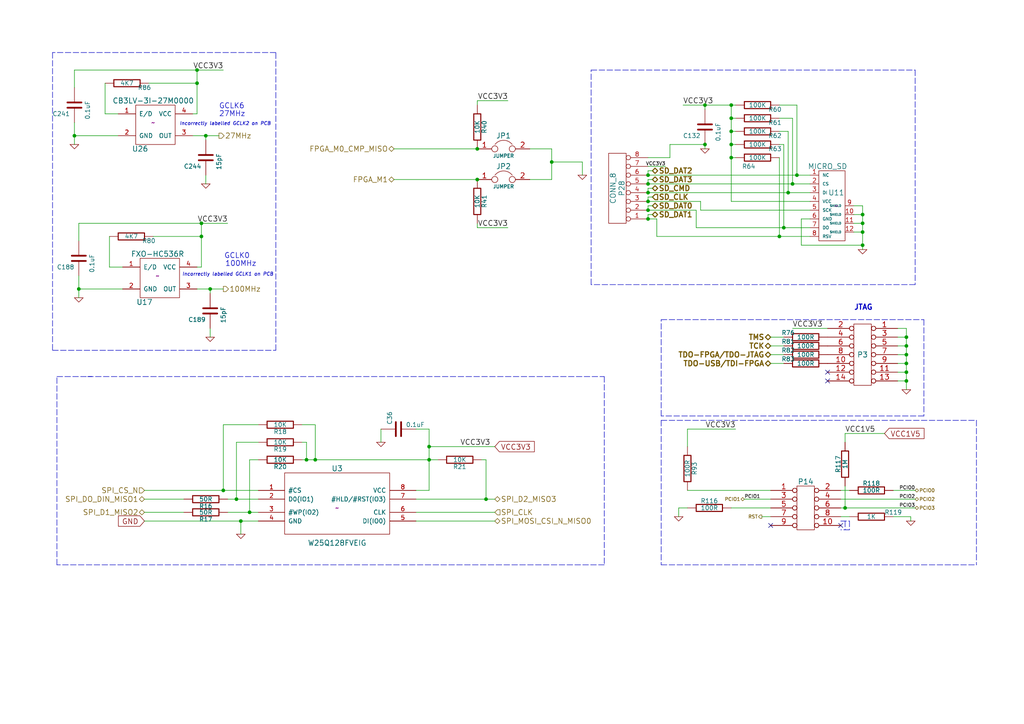
<source format=kicad_sch>
(kicad_sch (version 20250114) (generator "eeschema") (generator_version "9.0")
  (paper "A4")
  (title_block (title "Numato Opsis - FPGA Support (SPI Flash, Clocks, etc)") (date "11 jan 2016") (rev "Rev2") (company "Numato Lab") (comment 1 "http://opsis.hdmi2usb.tv/") (comment 2 "Designed in collaboration between Numato Lab and TimVideos.us") (comment 3 "License: CC-BY-SA 4.0 International") (comment 4 "$Id: 05d41161907d51f42c0306c35480fec775611f69 $"))
  (text "27MHz" (at 63.5 34.036 0) (effects (font (size 1.524 1.524)) (justify left bottom)))
  (text "100MHz" (at 65.278 77.47 0) (effects (font (size 1.524 1.524)) (justify left bottom)))
  (text "JTAG\n" (at 247.65 90.17 0) (effects (font (size 1.524 1.524) (thickness 0.3048) (bold yes)) (justify left bottom)))
  (text "Incorrectly labelled GCLK2 on PCB" (at 52.07 36.576 0) (effects (font (size 0.9906 0.9906) (italic yes)) (justify left bottom)))
  (text "Incorrectly labelled GCLK1 on PCB" (at 52.832 80.264 0) (effects (font (size 0.9906 0.9906) (italic yes)) (justify left bottom)))
  (text "GCLK6" (at 63.5 31.75 0) (effects (font (size 1.524 1.524)) (justify left bottom)))
  (text "GCLK0" (at 65.024 75.184 0) (effects (font (size 1.524 1.524)) (justify left bottom)))
  (junction (at 212.09 45.72))
  (junction (at 212.09 30.48))
  (junction (at 204.47 30.48))
  (junction (at 250.19 71.12))
  (junction (at 187.96 58.42))
  (junction (at 262.89 97.79))
  (junction (at 140.97 144.78))
  (junction (at 227.33 66.04))
  (junction (at 57.15 20.32))
  (junction (at 138.43 52.07))
  (junction (at 91.44 133.35))
  (junction (at 187.96 53.34))
  (junction (at 262.89 110.49))
  (junction (at 212.09 38.1))
  (junction (at 69.85 151.13))
  (junction (at 187.96 60.96))
  (junction (at 138.43 43.18))
  (junction (at 250.19 64.77))
  (junction (at 124.46 129.54))
  (junction (at 58.42 64.77))
  (junction (at 231.14 50.8))
  (junction (at 60.96 83.82))
  (junction (at 228.6 55.88))
  (junction (at 22.86 83.82))
  (junction (at 212.09 41.91))
  (junction (at 187.96 63.5))
  (junction (at 262.89 100.33))
  (junction (at 187.96 50.8))
  (junction (at 68.58 144.78))
  (junction (at 124.46 133.35))
  (junction (at 88.9 133.35))
  (junction (at 226.06 68.58))
  (junction (at 262.89 107.95))
  (junction (at 212.09 34.29))
  (junction (at 204.47 41.91))
  (junction (at 262.89 105.41))
  (junction (at 250.19 62.23))
  (junction (at 58.42 68.58))
  (junction (at 262.89 102.87))
  (junction (at 21.59 39.37))
  (junction (at 160.02 46.99))
  (junction (at 187.96 55.88))
  (junction (at 229.87 53.34))
  (junction (at 72.39 148.59))
  (junction (at 57.15 24.13))
  (junction (at 250.19 67.31))
  (junction (at 64.77 142.24))
  (junction (at 245.11 147.32))
  (junction (at 59.69 39.37))
  (no_connect (at 223.52 152.4))
  (no_connect (at 240.03 107.95))
  (no_connect (at 243.84 152.4))
  (no_connect (at 240.03 110.49))
  (wire (pts (xy 110.49 128.27) (xy 110.49 124.46)))
  (polyline (pts (xy 191.77 121.92) (xy 191.77 163.83)) (stroke (width 0) (type dash)))
  (wire (pts (xy 245.11 125.73) (xy 256.54 125.73)))
  (wire (pts (xy 243.84 147.32) (xy 245.11 147.32)))
  (wire (pts (xy 187.96 55.88) (xy 187.96 54.61)))
  (wire (pts (xy 187.96 53.34) (xy 187.96 52.07)))
  (wire (pts (xy 66.04 144.78) (xy 68.58 144.78)))
  (polyline (pts (xy 15.24 101.6) (xy 80.01 101.6)) (stroke (width 0) (type dash)))
  (wire (pts (xy 53.34 144.78) (xy 41.91 144.78)))
  (wire (pts (xy 262.89 97.79) (xy 262.89 100.33)))
  (wire (pts (xy 124.46 129.54) (xy 124.46 133.35)))
  (wire (pts (xy 213.36 45.72) (xy 212.09 45.72)))
  (wire (pts (xy 60.96 85.09) (xy 60.96 83.82)))
  (polyline (pts (xy 246.38 153.67) (xy 243.84 153.67)) (stroke (width 0) (type dash)))
  (wire (pts (xy 64.77 142.24) (xy 64.77 123.19)))
  (wire (pts (xy 153.67 43.18) (xy 160.02 43.18)))
  (wire (pts (xy 212.09 45.72) (xy 212.09 41.91)))
  (wire (pts (xy 226.06 68.58) (xy 234.95 68.58)))
  (wire (pts (xy 34.29 39.37) (xy 21.59 39.37)))
  (wire (pts (xy 120.65 144.78) (xy 140.97 144.78)))
  (wire (pts (xy 194.31 45.72) (xy 194.31 41.91)))
  (wire (pts (xy 187.96 48.26) (xy 193.04 48.26)))
  (polyline (pts (xy 243.84 151.13) (xy 246.38 151.13)) (stroke (width 0) (type dash)))
  (wire (pts (xy 228.6 38.1) (xy 226.06 38.1)))
  (wire (pts (xy 187.96 55.88) (xy 228.6 55.88)))
  (wire (pts (xy 138.43 29.21) (xy 138.43 30.48)))
  (wire (pts (xy 187.96 63.5) (xy 187.96 62.23)))
  (polyline (pts (xy 191.77 120.65) (xy 191.77 92.71)) (stroke (width 0) (type dash)))
  (wire (pts (xy 232.41 63.5) (xy 232.41 71.12)))
  (wire (pts (xy 120.65 148.59) (xy 143.51 148.59)))
  (wire (pts (xy 160.02 43.18) (xy 160.02 46.99)))
  (wire (pts (xy 22.86 64.77) (xy 58.42 64.77)))
  (wire (pts (xy 88.9 133.35) (xy 91.44 133.35)))
  (wire (pts (xy 57.15 20.32) (xy 57.15 24.13)))
  (wire (pts (xy 57.15 83.82) (xy 60.96 83.82)))
  (wire (pts (xy 247.65 64.77) (xy 250.19 64.77)))
  (wire (pts (xy 72.39 133.35) (xy 74.93 133.35)))
  (wire (pts (xy 226.06 41.91) (xy 227.33 41.91)))
  (wire (pts (xy 260.35 105.41) (xy 262.89 105.41)))
  (wire (pts (xy 226.06 30.48) (xy 231.14 30.48)))
  (wire (pts (xy 35.56 77.47) (xy 31.75 77.47)))
  (wire (pts (xy 34.29 33.02) (xy 30.48 33.02)))
  (wire (pts (xy 64.77 142.24) (xy 41.91 142.24)))
  (wire (pts (xy 58.42 77.47) (xy 57.15 77.47)))
  (wire (pts (xy 140.97 133.35) (xy 140.97 144.78)))
  (wire (pts (xy 139.7 133.35) (xy 140.97 133.35)))
  (wire (pts (xy 21.59 20.32) (xy 57.15 20.32)))
  (wire (pts (xy 187.96 58.42) (xy 187.96 57.15)))
  (wire (pts (xy 220.98 149.86) (xy 223.52 149.86)))
  (wire (pts (xy 41.91 151.13) (xy 69.85 151.13)))
  (wire (pts (xy 199.39 124.46) (xy 213.36 124.46)))
  (wire (pts (xy 187.96 57.15) (xy 189.23 57.15)))
  (wire (pts (xy 138.43 66.04) (xy 147.32 66.04)))
  (wire (pts (xy 250.19 62.23) (xy 250.19 64.77)))
  (wire (pts (xy 160.02 46.99) (xy 168.91 46.99)))
  (wire (pts (xy 87.63 123.19) (xy 91.44 123.19)))
  (wire (pts (xy 229.87 95.25) (xy 240.03 95.25)))
  (wire (pts (xy 199.39 142.24) (xy 223.52 142.24)))
  (polyline (pts (xy 245.11 151.13) (xy 245.11 153.67)) (stroke (width 0) (type dash)))
  (polyline (pts (xy 175.26 163.83) (xy 16.51 163.83)) (stroke (width 0) (type dash)))
  (wire (pts (xy 91.44 133.35) (xy 124.46 133.35)))
  (wire (pts (xy 260.35 100.33) (xy 262.89 100.33)))
  (wire (pts (xy 138.43 64.77) (xy 138.43 66.04)))
  (polyline (pts (xy 16.51 163.83) (xy 16.51 109.22)) (stroke (width 0) (type dash)))
  (wire (pts (xy 196.85 147.32) (xy 196.85 149.86)))
  (wire (pts (xy 187.96 58.42) (xy 203.2 58.42)))
  (wire (pts (xy 228.6 55.88) (xy 234.95 55.88)))
  (wire (pts (xy 204.47 31.75) (xy 204.47 30.48)))
  (wire (pts (xy 187.96 53.34) (xy 229.87 53.34)))
  (polyline (pts (xy 175.26 109.22) (xy 175.26 163.83)) (stroke (width 0) (type dash)))
  (wire (pts (xy 213.36 41.91) (xy 212.09 41.91)))
  (wire (pts (xy 59.69 40.64) (xy 59.69 39.37)))
  (wire (pts (xy 250.19 64.77) (xy 250.19 67.31)))
  (wire (pts (xy 201.93 66.04) (xy 227.33 66.04)))
  (wire (pts (xy 22.86 83.82) (xy 22.86 86.36)))
  (wire (pts (xy 213.36 34.29) (xy 212.09 34.29)))
  (wire (pts (xy 227.33 97.79) (xy 223.52 97.79)))
  (wire (pts (xy 138.43 29.21) (xy 147.32 29.21)))
  (wire (pts (xy 55.88 39.37) (xy 59.69 39.37)))
  (polyline (pts (xy 16.51 109.22) (xy 26.67 109.22)) (stroke (width 0) (type dash)))
  (wire (pts (xy 262.89 95.25) (xy 262.89 97.79)))
  (wire (pts (xy 140.97 144.78) (xy 143.51 144.78)))
  (wire (pts (xy 199.39 129.54) (xy 199.39 124.46)))
  (wire (pts (xy 124.46 142.24) (xy 120.65 142.24)))
  (wire (pts (xy 247.65 59.69) (xy 250.19 59.69)))
  (wire (pts (xy 226.06 45.72) (xy 226.06 68.58)))
  (wire (pts (xy 262.89 110.49) (xy 262.89 113.03)))
  (polyline (pts (xy 267.97 92.71) (xy 267.97 120.65)) (stroke (width 0) (type dash)))
  (wire (pts (xy 212.09 38.1) (xy 212.09 34.29)))
  (wire (pts (xy 190.5 68.58) (xy 226.06 68.58)))
  (polyline (pts (xy 265.43 82.55) (xy 171.45 82.55)) (stroke (width 0) (type dash)))
  (wire (pts (xy 124.46 129.54) (xy 143.51 129.54)))
  (wire (pts (xy 69.85 151.13) (xy 74.93 151.13)))
  (wire (pts (xy 245.11 140.97) (xy 245.11 147.32)))
  (wire (pts (xy 250.19 71.12) (xy 250.19 72.39)))
  (wire (pts (xy 246.38 142.24) (xy 243.84 142.24)))
  (wire (pts (xy 60.96 83.82) (xy 64.77 83.82)))
  (wire (pts (xy 187.96 63.5) (xy 190.5 63.5)))
  (wire (pts (xy 215.9 144.78) (xy 223.52 144.78)))
  (wire (pts (xy 53.34 148.59) (xy 41.91 148.59)))
  (wire (pts (xy 194.31 41.91) (xy 204.47 41.91)))
  (wire (pts (xy 74.93 148.59) (xy 72.39 148.59)))
  (wire (pts (xy 199.39 147.32) (xy 196.85 147.32)))
  (wire (pts (xy 204.47 30.48) (xy 212.09 30.48)))
  (wire (pts (xy 124.46 124.46) (xy 124.46 129.54)))
  (polyline (pts (xy 267.97 120.65) (xy 191.77 120.65)) (stroke (width 0) (type dash)))
  (wire (pts (xy 87.63 128.27) (xy 88.9 128.27)))
  (wire (pts (xy 22.86 80.01) (xy 22.86 83.82)))
  (wire (pts (xy 91.44 123.19) (xy 91.44 133.35)))
  (wire (pts (xy 64.77 123.19) (xy 74.93 123.19)))
  (wire (pts (xy 227.33 100.33) (xy 223.52 100.33)))
  (wire (pts (xy 228.6 55.88) (xy 228.6 38.1)))
  (wire (pts (xy 31.75 77.47) (xy 31.75 68.58)))
  (wire (pts (xy 198.12 30.48) (xy 204.47 30.48)))
  (wire (pts (xy 201.93 60.96) (xy 201.93 66.04)))
  (wire (pts (xy 262.89 107.95) (xy 262.89 110.49)))
  (wire (pts (xy 227.33 105.41) (xy 223.52 105.41)))
  (wire (pts (xy 227.33 41.91) (xy 227.33 66.04)))
  (polyline (pts (xy 283.21 121.92) (xy 283.21 163.83)) (stroke (width 0) (type dash)))
  (polyline (pts (xy 15.24 15.24) (xy 15.24 101.6)) (stroke (width 0) (type dash)))
  (wire (pts (xy 57.15 20.32) (xy 64.77 20.32)))
  (wire (pts (xy 35.56 83.82) (xy 22.86 83.82)))
  (wire (pts (xy 138.43 43.18) (xy 114.3 43.18)))
  (wire (pts (xy 212.09 58.42) (xy 212.09 45.72)))
  (polyline (pts (xy 171.45 82.55) (xy 171.45 20.32)) (stroke (width 0) (type dash)))
  (wire (pts (xy 187.96 54.61) (xy 189.23 54.61)))
  (wire (pts (xy 212.09 41.91) (xy 212.09 38.1)))
  (polyline (pts (xy 246.38 151.13) (xy 246.38 153.67)) (stroke (width 0) (type dash)))
  (polyline (pts (xy 191.77 92.71) (xy 267.97 92.71)) (stroke (width 0) (type dash)))
  (wire (pts (xy 229.87 34.29) (xy 226.06 34.29)))
  (wire (pts (xy 187.96 50.8) (xy 231.14 50.8)))
  (wire (pts (xy 160.02 46.99) (xy 160.02 52.07)))
  (wire (pts (xy 250.19 67.31) (xy 250.19 71.12)))
  (wire (pts (xy 22.86 69.85) (xy 22.86 64.77)))
  (wire (pts (xy 204.47 43.18) (xy 204.47 41.91)))
  (wire (pts (xy 87.63 133.35) (xy 88.9 133.35)))
  (polyline (pts (xy 171.45 20.32) (xy 265.43 20.32)) (stroke (width 0) (type dash)))
  (wire (pts (xy 212.09 58.42) (xy 234.95 58.42)))
  (wire (pts (xy 160.02 52.07) (xy 153.67 52.07)))
  (wire (pts (xy 264.16 149.86) (xy 264.16 151.13)))
  (wire (pts (xy 74.93 142.24) (xy 64.77 142.24)))
  (wire (pts (xy 187.96 62.23) (xy 189.23 62.23)))
  (polyline (pts (xy 25.4 109.22) (xy 175.26 109.22)) (stroke (width 0) (type dash)))
  (wire (pts (xy 72.39 148.59) (xy 66.04 148.59)))
  (wire (pts (xy 138.43 52.07) (xy 114.3 52.07)))
  (wire (pts (xy 57.15 24.13) (xy 57.15 33.02)))
  (wire (pts (xy 250.19 59.69) (xy 250.19 62.23)))
  (wire (pts (xy 262.89 102.87) (xy 262.89 105.41)))
  (wire (pts (xy 245.11 147.32) (xy 265.43 147.32)))
  (wire (pts (xy 245.11 125.73) (xy 245.11 128.27)))
  (wire (pts (xy 187.96 59.69) (xy 189.23 59.69)))
  (wire (pts (xy 187.96 60.96) (xy 201.93 60.96)))
  (wire (pts (xy 260.35 102.87) (xy 262.89 102.87)))
  (wire (pts (xy 124.46 124.46) (xy 120.65 124.46)))
  (wire (pts (xy 187.96 45.72) (xy 194.31 45.72)))
  (wire (pts (xy 190.5 63.5) (xy 190.5 68.58)))
  (wire (pts (xy 69.85 151.13) (xy 69.85 154.94)))
  (wire (pts (xy 262.89 100.33) (xy 262.89 102.87)))
  (wire (pts (xy 203.2 58.42) (xy 203.2 60.96)))
  (wire (pts (xy 187.96 60.96) (xy 187.96 59.69)))
  (wire (pts (xy 57.15 33.02) (xy 55.88 33.02)))
  (wire (pts (xy 247.65 67.31) (xy 250.19 67.31)))
  (wire (pts (xy 59.69 39.37) (xy 63.5 39.37)))
  (wire (pts (xy 59.69 53.34) (xy 59.69 50.8)))
  (wire (pts (xy 60.96 97.79) (xy 60.96 95.25)))
  (wire (pts (xy 212.09 34.29) (xy 212.09 30.48)))
  (wire (pts (xy 30.48 33.02) (xy 30.48 24.13)))
  (wire (pts (xy 260.35 97.79) (xy 262.89 97.79)))
  (polyline (pts (xy 80.01 101.6) (xy 80.01 15.24)) (stroke (width 0) (type dash)))
  (wire (pts (xy 124.46 133.35) (xy 127 133.35)))
  (wire (pts (xy 21.59 35.56) (xy 21.59 39.37)))
  (wire (pts (xy 187.96 50.8) (xy 187.96 49.53)))
  (wire (pts (xy 246.38 149.86) (xy 243.84 149.86)))
  (wire (pts (xy 58.42 64.77) (xy 58.42 68.58)))
  (wire (pts (xy 227.33 102.87) (xy 223.52 102.87)))
  (wire (pts (xy 21.59 25.4) (xy 21.59 20.32)))
  (wire (pts (xy 187.96 49.53) (xy 189.23 49.53)))
  (wire (pts (xy 262.89 105.41) (xy 262.89 107.95)))
  (wire (pts (xy 120.65 151.13) (xy 143.51 151.13)))
  (wire (pts (xy 231.14 30.48) (xy 231.14 50.8)))
  (wire (pts (xy 58.42 68.58) (xy 58.42 77.47)))
  (wire (pts (xy 187.96 52.07) (xy 189.23 52.07)))
  (wire (pts (xy 203.2 60.96) (xy 234.95 60.96)))
  (wire (pts (xy 212.09 30.48) (xy 213.36 30.48)))
  (wire (pts (xy 232.41 63.5) (xy 234.95 63.5)))
  (wire (pts (xy 57.15 24.13) (xy 43.18 24.13)))
  (wire (pts (xy 265.43 144.78) (xy 243.84 144.78)))
  (wire (pts (xy 21.59 39.37) (xy 21.59 41.91)))
  (wire (pts (xy 68.58 128.27) (xy 74.93 128.27)))
  (wire (pts (xy 229.87 53.34) (xy 229.87 34.29)))
  (polyline (pts (xy 191.77 121.92) (xy 283.21 121.92)) (stroke (width 0) (type dash)))
  (wire (pts (xy 88.9 128.27) (xy 88.9 133.35)))
  (wire (pts (xy 259.08 149.86) (xy 264.16 149.86)))
  (wire (pts (xy 247.65 62.23) (xy 250.19 62.23)))
  (wire (pts (xy 260.35 107.95) (xy 262.89 107.95)))
  (wire (pts (xy 259.08 142.24) (xy 265.43 142.24)))
  (wire (pts (xy 68.58 144.78) (xy 74.93 144.78)))
  (wire (pts (xy 58.42 68.58) (xy 44.45 68.58)))
  (wire (pts (xy 260.35 95.25) (xy 262.89 95.25)))
  (wire (pts (xy 58.42 64.77) (xy 66.04 64.77)))
  (wire (pts (xy 231.14 50.8) (xy 234.95 50.8)))
  (polyline (pts (xy 191.77 163.83) (xy 283.21 163.83)) (stroke (width 0) (type dash)))
  (wire (pts (xy 68.58 144.78) (xy 68.58 128.27)))
  (wire (pts (xy 168.91 46.99) (xy 168.91 50.8)))
  (wire (pts (xy 227.33 66.04) (xy 234.95 66.04)))
  (wire (pts (xy 232.41 71.12) (xy 250.19 71.12)))
  (wire (pts (xy 72.39 148.59) (xy 72.39 133.35)))
  (wire (pts (xy 213.36 38.1) (xy 212.09 38.1)))
  (polyline (pts (xy 80.01 15.24) (xy 15.24 15.24)) (stroke (width 0) (type dash)))
  (wire (pts (xy 124.46 133.35) (xy 124.46 142.24)))
  (wire (pts (xy 262.89 110.49) (xy 260.35 110.49)))
  (wire (pts (xy 212.09 147.32) (xy 223.52 147.32)))
  (polyline (pts (xy 265.43 20.32) (xy 265.43 82.55)) (stroke (width 0) (type dash)))
  (wire (pts (xy 229.87 53.34) (xy 234.95 53.34)))
  (label "VCC3V3" (at 193.04 48.26 180) (effects (font (size 0.9906 0.9906))))
  (label "PCIO0" (at 265.43 142.24 180) (effects (font (size 0.9906 0.9906))))
  (label "VCC3V3" (at 147.32 66.04 180) (effects (font (size 1.524 1.524))))
  (label "VCC1V5" (at 245.11 125.73 0) (effects (font (size 1.524 1.524))))
  (label "VCC3V3" (at 213.36 124.46 180) (effects (font (size 1.524 1.524))))
  (label "VCC3V3" (at 66.04 64.77 180) (effects (font (size 1.524 1.524))))
  (label "VCC3V3" (at 147.32 29.21 180) (effects (font (size 1.524 1.524))))
  (label "PCIO3" (at 265.43 147.32 180) (effects (font (size 0.9906 0.9906))))
  (label "VCC3V3" (at 142.24 129.54 180) (effects (font (size 1.524 1.524))))
  (label "VCC3V3" (at 198.12 30.48 0) (effects (font (size 1.524 1.524))))
  (label "PCIO2" (at 265.43 144.78 180) (effects (font (size 0.9906 0.9906))))
  (label "VCC3V3" (at 64.77 20.32 180) (effects (font (size 1.524 1.524))))
  (label "PCIO1" (at 215.9 144.78 0) (effects (font (size 0.9906 0.9906))))
  (label "VCC3V3" (at 229.87 95.25 0) (effects (font (size 1.524 1.524))))
  (global_label "GND" (shape input) (at 41.91 151.13 180) (effects (font (size 1.524 1.524))) (property "Intersheetrefs" "${INTERSHEET_REFS}" (effects (hide yes))))
  (global_label "VCC3V3" (shape input) (at 143.51 129.54 0) (effects (font (size 1.524 1.524))) (property "Intersheetrefs" "${INTERSHEET_REFS}" (effects (hide yes))))
  (global_label "VCC1V5" (shape input) (at 256.54 125.73 0) (effects (font (size 1.524 1.524))) (property "Intersheetrefs" "${INTERSHEET_REFS}" (effects (hide yes))))
  (hierarchical_label "PCIO0" (shape bidirectional) (at 265.43 142.24 0) (effects (font (size 0.9906 0.9906))))
  (hierarchical_label "SPI_D1_MISO2" (shape bidirectional) (at 41.91 148.59 180) (effects (font (size 1.524 1.524))))
  (hierarchical_label "TDO-USB/TDI-FPGA" (shape bidirectional) (at 223.52 105.41 180) (effects (font (size 1.524 1.524) (thickness 0.3048) (bold yes))))
  (hierarchical_label "SD_CMD" (shape bidirectional) (at 189.23 54.61 0) (effects (font (size 1.524 1.524) (thickness 0.3048) (bold yes))))
  (hierarchical_label "SD_DAT1" (shape bidirectional) (at 189.23 62.23 0) (effects (font (size 1.524 1.524) (thickness 0.3048) (bold yes))))
  (hierarchical_label "TDO-FPGA/TDO-JTAG" (shape bidirectional) (at 223.52 102.87 180) (effects (font (size 1.524 1.524) (thickness 0.3048) (bold yes))))
  (hierarchical_label "PCIO2" (shape bidirectional) (at 265.43 144.78 0) (effects (font (size 0.9906 0.9906))))
  (hierarchical_label "SD_DAT3" (shape bidirectional) (at 189.23 52.07 0) (effects (font (size 1.524 1.524) (thickness 0.3048) (bold yes))))
  (hierarchical_label "SPI_DO_DIN_MISO1" (shape bidirectional) (at 41.91 144.78 180) (effects (font (size 1.524 1.524))))
  (hierarchical_label "TCK" (shape bidirectional) (at 223.52 100.33 180) (effects (font (size 1.524 1.524) (thickness 0.3048) (bold yes))))
  (hierarchical_label "SPI_D2_MISO3" (shape bidirectional) (at 143.51 144.78 0) (effects (font (size 1.524 1.524))))
  (hierarchical_label "PCIO1" (shape bidirectional) (at 215.9 144.78 180) (effects (font (size 0.9906 0.9906))))
  (hierarchical_label "SPI_CS_N" (shape input) (at 41.91 142.24 180) (effects (font (size 1.524 1.524))))
  (hierarchical_label "27MHz" (shape output) (at 63.5 39.37 0) (effects (font (size 1.524 1.524))))
  (hierarchical_label "FPGA_M0_CMP_MISO" (shape bidirectional) (at 114.3 43.18 180) (effects (font (size 1.524 1.524))))
  (hierarchical_label "SPI_CLK" (shape input) (at 143.51 148.59 0) (effects (font (size 1.524 1.524))))
  (hierarchical_label "PCIO3" (shape bidirectional) (at 265.43 147.32 0) (effects (font (size 0.9906 0.9906))))
  (hierarchical_label "SD_DAT2" (shape bidirectional) (at 189.23 49.53 0) (effects (font (size 1.524 1.524) (thickness 0.3048) (bold yes))))
  (hierarchical_label "SD_CLK" (shape input) (at 189.23 57.15 0) (effects (font (size 1.524 1.524) (thickness 0.3048) (bold yes))))
  (hierarchical_label "TMS" (shape bidirectional) (at 223.52 97.79 180) (effects (font (size 1.524 1.524) (thickness 0.3048) (bold yes))))
  (hierarchical_label "FPGA_M1" (shape bidirectional) (at 114.3 52.07 180) (effects (font (size 1.524 1.524))))
  (hierarchical_label "100MHz" (shape output) (at 64.77 83.82 0) (effects (font (size 1.524 1.524))))
  (hierarchical_label "SPI_MOSI_CSI_N_MISO0" (shape bidirectional) (at 143.51 151.13 0) (effects (font (size 1.524 1.524))))
  (hierarchical_label "RST" (shape output) (at 220.98 149.86 180) (effects (font (size 0.9906 0.9906))))
  (hierarchical_label "SD_DAT0" (shape bidirectional) (at 189.23 59.69 0) (effects (font (size 1.524 1.524) (thickness 0.3048) (bold yes))))
  (symbol (lib_name "W25Q128FVEIG_2") (lib_id "HDMI2USB-rescue:W25Q128FVEIG") (at 97.79 147.32 0) (unit 1)
    (property "Reference" "U3" (at 97.79 135.89 0) (effects (font (size 1.524 1.524))))
    (property "Value" "W25Q128FVEIG" (at 97.79 157.48 0) (effects (font (size 1.524 1.524))))
    (property "Footprint" "SO8E_N" (effects (hide yes)))
    (property "Datasheet" "~" (at 97.79 147.32 0) (effects (font (size 1.524 1.524))))
    (property "Populate" "Yes" (effects (hide yes)))
  )
  (symbol (lib_name "R_27") (lib_id "HDMI2USB-rescue:R") (at 59.69 144.78 270) (unit 1)
    (property "Reference" "R16" (at 59.69 146.812 90))
    (property "Value" "50R" (at 59.69 144.78 90))
    (property "Footprint" "SM0603" (effects (hide yes)))
    (property "Populate" "Yes" (effects (hide yes)))
  )
  (symbol (lib_name "R_26") (lib_id "HDMI2USB-rescue:R") (at 59.69 148.59 270) (unit 1)
    (property "Reference" "R17" (at 59.69 150.622 90))
    (property "Value" "50R" (at 59.69 148.59 90))
    (property "Footprint" "SM0603" (effects (hide yes)))
    (property "Populate" "Yes" (effects (hide yes)))
  )
  (symbol (lib_name "GND_14") (lib_id "HDMI2USB-rescue:GND") (at 69.85 154.94 0) (unit 1)
    (property "Reference" "#PWR023" (effects (hide yes)))
    (property "Value" "GND" (effects (hide yes)))
    (property "Populate" "Yes" (effects (hide yes)))
  )
  (symbol (lib_name "R_29") (lib_id "HDMI2USB-rescue:R") (at 81.28 128.27 270) (unit 1)
    (property "Reference" "R19" (at 81.28 130.302 90))
    (property "Value" "10K" (at 81.28 128.27 90))
    (property "Footprint" "SM0603" (effects (hide yes)))
    (property "Populate" "Yes" (effects (hide yes)))
  )
  (symbol (lib_name "R_30") (lib_id "HDMI2USB-rescue:R") (at 81.28 123.19 270) (unit 1)
    (property "Reference" "R18" (at 81.28 125.222 90))
    (property "Value" "10K" (at 81.28 123.19 90))
    (property "Footprint" "SM0603" (effects (hide yes)))
    (property "Populate" "Yes" (effects (hide yes)))
  )
  (symbol (lib_name "R_25") (lib_id "HDMI2USB-rescue:R") (at 133.35 133.35 270) (unit 1)
    (property "Reference" "R21" (at 133.35 135.382 90))
    (property "Value" "10K" (at 133.35 133.35 90))
    (property "Footprint" "SM0603" (effects (hide yes)))
    (property "Populate" "Yes" (effects (hide yes)))
  )
  (symbol (lib_name "C_7") (lib_id "HDMI2USB-rescue:C") (at 115.57 124.46 90) (unit 1)
    (property "Reference" "C36" (at 113.03 123.19 0) (effects (justify left)))
    (property "Value" "0.1uF" (at 123.19 123.19 90) (effects (justify left)))
    (property "Footprint" "SM0603" (effects (hide yes)))
    (property "Populate" "Yes" (effects (hide yes)))
  )
  (symbol (lib_name "GND_13") (lib_id "HDMI2USB-rescue:GND") (at 110.49 128.27 0) (unit 1)
    (property "Reference" "#PWR024" (effects (hide yes)))
    (property "Value" "GND" (effects (hide yes)))
    (property "Populate" "Yes" (effects (hide yes)))
  )
  (symbol (lib_name "R_28") (lib_id "HDMI2USB-rescue:R") (at 81.28 133.35 270) (unit 1)
    (property "Reference" "R20" (at 81.28 135.382 90))
    (property "Value" "10K" (at 81.28 133.35 90))
    (property "Footprint" "SM0603" (effects (hide yes)))
    (property "Populate" "Yes" (effects (hide yes)))
  )
  (symbol (lib_name "JUMPER_3") (lib_id "HDMI2USB-rescue:JUMPER") (at 146.05 43.18 0) (unit 1)
    (property "Reference" "JP1" (at 146.05 39.37 0) (effects (font (size 1.524 1.524))))
    (property "Value" "JUMPER" (at 146.05 45.212 0) (effects (font (size 1.016 1.016))))
    (property "Footprint" "GS2" (effects (hide yes)))
    (property "Populate" "Yes" (effects (hide yes)))
  )
  (symbol (lib_name "JUMPER_4") (lib_id "HDMI2USB-rescue:JUMPER") (at 146.05 52.07 0) (unit 1)
    (property "Reference" "JP2" (at 146.05 48.26 0) (effects (font (size 1.524 1.524))))
    (property "Value" "JUMPER" (at 146.05 54.102 0) (effects (font (size 1.016 1.016))))
    (property "Footprint" "GS2" (effects (hide yes)))
    (property "Populate" "Yes" (effects (hide yes)))
  )
  (symbol (lib_name "GND_21") (lib_id "HDMI2USB-rescue:GND") (at 262.89 113.03 0) (unit 1)
    (property "Reference" "#PWR027" (effects (hide yes)))
    (property "Value" "GND" (effects (hide yes)))
    (property "Populate" "Yes" (effects (hide yes)))
  )
  (symbol (lib_name "GND_22") (lib_id "HDMI2USB-rescue:GND") (at 250.19 72.39 0) (unit 1)
    (property "Reference" "#PWR025" (effects (hide yes)))
    (property "Value" "GND" (effects (hide yes)))
    (property "Populate" "Yes" (effects (hide yes)))
  )
  (symbol (lib_name "R_43") (lib_id "HDMI2USB-rescue:R") (at 219.71 30.48 270) (unit 1)
    (property "Reference" "R60" (at 224.79 31.75 90))
    (property "Value" "100K" (at 219.71 30.48 90))
    (property "Footprint" "SM0603" (effects (hide yes)))
    (property "Populate" "Yes" (effects (hide yes)))
  )
  (symbol (lib_name "R_44") (lib_id "HDMI2USB-rescue:R") (at 219.71 34.29 270) (unit 1)
    (property "Reference" "R61" (at 224.79 35.56 90))
    (property "Value" "100K" (at 219.71 34.29 90))
    (property "Footprint" "SM0603" (effects (hide yes)))
    (property "Populate" "Yes" (effects (hide yes)))
  )
  (symbol (lib_name "R_45") (lib_id "HDMI2USB-rescue:R") (at 219.71 38.1 270) (unit 1)
    (property "Reference" "R62" (at 224.79 39.37 90))
    (property "Value" "100K" (at 219.71 38.1 90))
    (property "Footprint" "SM0603" (effects (hide yes)))
    (property "Populate" "Yes" (effects (hide yes)))
  )
  (symbol (lib_name "R_42") (lib_id "HDMI2USB-rescue:R") (at 219.71 41.91 270) (unit 1)
    (property "Reference" "R63" (at 224.79 43.18 90))
    (property "Value" "100K" (at 219.71 41.91 90))
    (property "Footprint" "SM0603" (effects (hide yes)))
    (property "Populate" "Yes" (effects (hide yes)))
  )
  (symbol (lib_name "R_41") (lib_id "HDMI2USB-rescue:R") (at 219.71 45.72 270) (unit 1)
    (property "Reference" "R64" (at 217.17 48.26 90))
    (property "Value" "100K" (at 219.71 45.72 90))
    (property "Footprint" "SM0603" (effects (hide yes)))
    (property "Populate" "Yes" (effects (hide yes)))
  )
  (symbol (lib_name "C_12") (lib_id "HDMI2USB-rescue:C") (at 204.47 36.83 180) (unit 1)
    (property "Reference" "C132" (at 203.2 39.37 0) (effects (justify left)))
    (property "Value" "0.1uF" (at 208.28 35.56 90) (effects (justify left)))
    (property "Footprint" "SM0402" (effects (hide yes)))
    (property "Populate" "Yes" (effects (hide yes)))
  )
  (symbol (lib_name "GND_20") (lib_id "HDMI2USB-rescue:GND") (at 204.47 43.18 0) (unit 1)
    (property "Reference" "#PWR026" (effects (hide yes)))
    (property "Value" "GND" (effects (hide yes)))
    (property "Populate" "Yes" (effects (hide yes)))
  )
  (symbol (lib_id "hdmi2usb:FXO-HC536R") (at 45.72 80.01 0) (unit 1)
    (property "Reference" "U17" (at 41.91 87.63 0) (effects (font (size 1.524 1.524))))
    (property "Value" "FXO-HC536R" (at 45.72 73.66 0) (effects (font (size 1.524 1.524))))
    (property "Footprint" "FXO-HC536R" (effects (hide yes)))
    (property "Datasheet" "~" (at 45.72 80.01 0) (effects (font (size 1.524 1.524))))
    (property "Populate" "Yes" (effects (hide yes)))
  )
  (symbol (lib_name "R_33") (lib_id "HDMI2USB-rescue:R") (at 38.1 68.58 270) (unit 1)
    (property "Reference" "R80" (at 43.18 69.85 90))
    (property "Value" "4K7" (at 38.1 68.58 90))
    (property "Footprint" "SM0603" (effects (hide yes)))
    (property "Populate" "Yes" (effects (hide yes)))
  )
  (symbol (lib_name "C_9") (lib_id "HDMI2USB-rescue:C") (at 22.86 74.93 180) (unit 1)
    (property "Reference" "C188" (at 21.59 77.47 0) (effects (justify left)))
    (property "Value" "0.1uF" (at 26.67 73.66 90) (effects (justify left)))
    (property "Footprint" "SM0603" (effects (hide yes)))
    (property "Populate" "Yes" (effects (hide yes)))
  )
  (symbol (lib_name "GND_17") (lib_id "HDMI2USB-rescue:GND") (at 22.86 86.36 0) (unit 1)
    (property "Reference" "#PWR028" (effects (hide yes)))
    (property "Value" "GND" (effects (hide yes)))
    (property "Populate" "Yes" (effects (hide yes)))
  )
  (symbol (lib_name "MICRO_SD_2") (lib_id "HDMI2USB-rescue:MICRO_SD") (at 242.57 59.69 0) (unit 1)
    (property "Reference" "U11" (at 242.57 55.88 0) (effects (font (size 1.524 1.524))))
    (property "Value" "MICRO_SD" (at 240.03 48.26 0) (effects (font (size 1.524 1.524))))
    (property "Footprint" "MicroSD" (effects (hide yes)))
    (property "Datasheet" "~" (at 242.57 59.69 0) (effects (font (size 1.524 1.524))))
    (property "Populate" "Yes" (effects (hide yes)))
  )
  (symbol (lib_name "CONN_7X2_2") (lib_id "HDMI2USB-rescue:CONN_7X2") (at 250.19 102.87 0) (mirror y) (unit 1)
    (property "Reference" "P3" (at 250.19 102.87 0) (effects (font (size 1.524 1.524))))
    (property "Value" "CONN_7X2" (effects (hide yes)))
    (property "Footprint" "JTAG" (effects (hide yes)))
    (property "Populate" "Yes" (effects (hide yes)))
  )
  (symbol (lib_name "C_8") (lib_id "HDMI2USB-rescue:C") (at 60.96 90.17 180) (unit 1)
    (property "Reference" "C189" (at 59.69 92.71 0) (effects (justify left)))
    (property "Value" "15pF" (at 64.77 88.9 90) (effects (justify left)))
    (property "Footprint" "SM0603" (effects (hide yes)))
    (property "Populate" "Yes" (effects (hide yes)))
  )
  (symbol (lib_name "GND_16") (lib_id "HDMI2USB-rescue:GND") (at 60.96 97.79 0) (unit 1)
    (property "Reference" "#PWR029" (effects (hide yes)))
    (property "Value" "GND" (effects (hide yes)))
    (property "Populate" "Yes" (effects (hide yes)))
  )
  (symbol (lib_name "R_31") (lib_id "HDMI2USB-rescue:R") (at 138.43 36.83 0) (unit 1)
    (property "Reference" "R40" (at 140.462 36.83 90))
    (property "Value" "10K" (at 138.43 36.83 90))
    (property "Footprint" "SM0603" (effects (hide yes)))
    (property "Populate" "Yes" (effects (hide yes)))
  )
  (symbol (lib_name "R_32") (lib_id "HDMI2USB-rescue:R") (at 138.43 58.42 0) (unit 1)
    (property "Reference" "R41" (at 140.462 58.42 90))
    (property "Value" "10K" (at 138.43 58.42 90))
    (property "Footprint" "SM0603" (effects (hide yes)))
    (property "Populate" "Yes" (effects (hide yes)))
  )
  (symbol (lib_name "GND_15") (lib_id "HDMI2USB-rescue:GND") (at 168.91 50.8 0) (unit 1)
    (property "Reference" "#PWR030" (effects (hide yes)))
    (property "Value" "GND" (effects (hide yes)))
    (property "Populate" "Yes" (effects (hide yes)))
  )
  (symbol (lib_name "R_38") (lib_id "HDMI2USB-rescue:R") (at 233.68 97.79 270) (unit 1)
    (property "Reference" "R76" (at 228.6 96.52 90))
    (property "Value" "100R" (at 233.68 97.79 90))
    (property "Footprint" "SM0603" (effects (hide yes)))
    (property "Populate" "Yes" (effects (hide yes)))
  )
  (symbol (lib_name "R_39") (lib_id "HDMI2USB-rescue:R") (at 233.68 100.33 270) (unit 1)
    (property "Reference" "R81" (at 228.6 99.06 90))
    (property "Value" "100R" (at 233.68 100.33 90))
    (property "Footprint" "SM0603" (effects (hide yes)))
    (property "Populate" "Yes" (effects (hide yes)))
  )
  (symbol (lib_name "R_40") (lib_id "HDMI2USB-rescue:R") (at 233.68 102.87 270) (unit 1)
    (property "Reference" "R82" (at 228.6 101.6 90))
    (property "Value" "100R" (at 233.68 102.87 90))
    (property "Footprint" "SM0603" (effects (hide yes)))
    (property "Populate" "Yes" (effects (hide yes)))
  )
  (symbol (lib_name "R_37") (lib_id "HDMI2USB-rescue:R") (at 233.68 105.41 270) (unit 1)
    (property "Reference" "R83" (at 228.6 104.14 90))
    (property "Value" "100R" (at 233.68 105.41 90))
    (property "Footprint" "SM0603" (effects (hide yes)))
    (property "Populate" "Yes" (effects (hide yes)))
  )
  (symbol (lib_id "hdmi2usb:FXO-HC536R") (at 44.45 35.56 0) (unit 1)
    (property "Reference" "U26" (at 40.64 43.18 0) (effects (font (size 1.524 1.524))))
    (property "Value" "CB3LV-3I-27M0000" (at 44.45 29.21 0) (effects (font (size 1.524 1.524))))
    (property "Footprint" "CB3LV-3I" (effects (hide yes)))
    (property "Datasheet" "~" (at 44.45 35.56 0) (effects (font (size 1.524 1.524))))
    (property "Populate" "Yes" (effects (hide yes)))
  )
  (symbol (lib_name "R_34") (lib_id "HDMI2USB-rescue:R") (at 36.83 24.13 270) (unit 1)
    (property "Reference" "R86" (at 41.91 25.4 90))
    (property "Value" "4K7" (at 36.83 24.13 90))
    (property "Footprint" "SM0603" (effects (hide yes)))
    (property "Populate" "Yes" (effects (hide yes)))
  )
  (symbol (lib_name "C_11") (lib_id "HDMI2USB-rescue:C") (at 21.59 30.48 180) (unit 1)
    (property "Reference" "C241" (at 20.32 33.02 0) (effects (justify left)))
    (property "Value" "0.1uF" (at 25.4 29.21 90) (effects (justify left)))
    (property "Footprint" "SM0603" (effects (hide yes)))
    (property "Populate" "Yes" (effects (hide yes)))
  )
  (symbol (lib_name "GND_19") (lib_id "HDMI2USB-rescue:GND") (at 21.59 41.91 0) (unit 1)
    (property "Reference" "#PWR031" (effects (hide yes)))
    (property "Value" "GND" (effects (hide yes)))
    (property "Populate" "Yes" (effects (hide yes)))
  )
  (symbol (lib_name "C_10") (lib_id "HDMI2USB-rescue:C") (at 59.69 45.72 180) (unit 1)
    (property "Reference" "C244" (at 58.42 48.26 0) (effects (justify left)))
    (property "Value" "15pF" (at 63.5 44.45 90) (effects (justify left)))
    (property "Footprint" "SM0603" (effects (hide yes)))
    (property "Populate" "Yes" (effects (hide yes)))
  )
  (symbol (lib_name "GND_18") (lib_id "HDMI2USB-rescue:GND") (at 59.69 53.34 0) (unit 1)
    (property "Reference" "#PWR032" (effects (hide yes)))
    (property "Value" "GND" (effects (hide yes)))
    (property "Populate" "Yes" (effects (hide yes)))
  )
  (symbol (lib_name "CONN_5X2_2") (lib_id "HDMI2USB-rescue:CONN_5X2") (at 233.68 147.32 0) (unit 1)
    (property "Reference" "P14" (at 233.68 139.7 0) (effects (font (size 1.524 1.524))))
    (property "Value" "CONN_5X2" (effects (hide yes)))
    (property "Footprint" "PIN_ARRAY_5x2" (effects (hide yes)))
    (property "Populate" "Yes" (effects (hide yes)))
  )
  (symbol (lib_name "R_48") (lib_id "HDMI2USB-rescue:R") (at 199.39 135.89 0) (unit 1)
    (property "Reference" "R93" (at 201.422 135.89 90))
    (property "Value" "100R" (at 199.39 135.89 90))
    (property "Footprint" "SM0603" (effects (hide yes)))
    (property "Populate" "Yes" (effects (hide yes)))
  )
  (symbol (lib_name "R_36") (lib_id "HDMI2USB-rescue:R") (at 252.73 142.24 90) (unit 1)
    (property "Reference" "R118" (at 252.73 140.208 90))
    (property "Value" "100R" (at 252.73 142.24 90))
    (property "Footprint" "SM0603" (effects (hide yes)))
    (property "Populate" "Yes" (effects (hide yes)))
  )
  (symbol (lib_name "R_47") (lib_id "HDMI2USB-rescue:R") (at 205.74 147.32 90) (unit 1)
    (property "Reference" "R116" (at 205.74 145.288 90))
    (property "Value" "100R" (at 205.74 147.32 90))
    (property "Footprint" "SM0603" (effects (hide yes)))
    (property "Populate" "Yes" (effects (hide yes)))
  )
  (symbol (lib_name "GND_23") (lib_id "HDMI2USB-rescue:GND") (at 264.16 151.13 0) (unit 1)
    (property "Reference" "#PWR033" (effects (hide yes)))
    (property "Value" "GND" (effects (hide yes)))
    (property "Populate" "Yes" (effects (hide yes)))
  )
  (symbol (lib_name "R_35") (lib_id "HDMI2USB-rescue:R") (at 245.11 134.62 180) (unit 1)
    (property "Reference" "R117" (at 243.078 134.62 90))
    (property "Value" "1M" (at 245.11 134.62 90))
    (property "Footprint" "SM0603" (effects (hide yes)))
    (property "Populate" "Yes" (effects (hide yes)))
  )
  (symbol (lib_name "R_46") (lib_id "HDMI2USB-rescue:R") (at 252.73 149.86 90) (unit 1)
    (property "Reference" "R119" (at 259.08 148.59 90))
    (property "Value" "1K" (at 252.73 149.86 90))
    (property "Footprint" "SM0603" (effects (hide yes)))
    (property "Populate" "Yes" (effects (hide yes)))
  )
  (symbol (lib_name "GND_24") (lib_id "HDMI2USB-rescue:GND") (at 196.85 149.86 0) (unit 1)
    (property "Reference" "#PWR034" (effects (hide yes)))
    (property "Value" "GND" (effects (hide yes)))
    (property "Populate" "Yes" (effects (hide yes)))
  )
  (symbol (lib_name "CONN_8_2") (lib_id "HDMI2USB-rescue:CONN_8") (at 179.07 54.61 180) (unit 1)
    (property "Reference" "P28" (at 180.34 54.61 90) (effects (font (size 1.524 1.524))))
    (property "Value" "CONN_8" (at 177.8 54.61 90) (effects (font (size 1.524 1.524))))
  )
)
</source>
